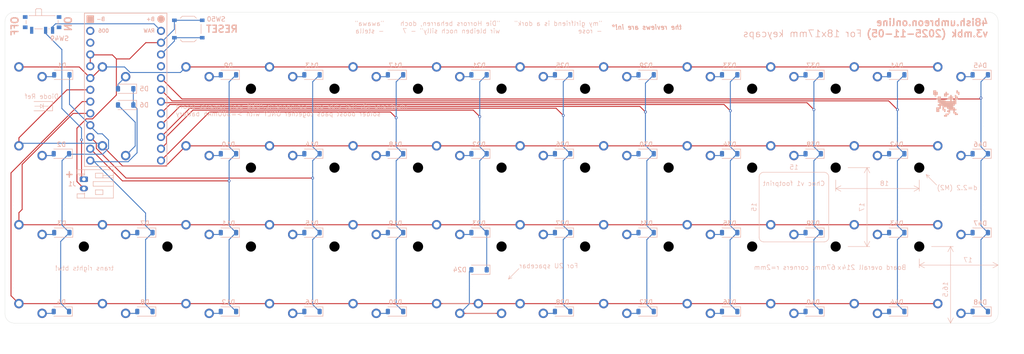
<source format=kicad_pcb>
(kicad_pcb
	(version 20241229)
	(generator "pcbnew")
	(generator_version "9.0")
	(general
		(thickness 1.6)
		(legacy_teardrops no)
	)
	(paper "A3")
	(title_block
		(title "plank")
		(rev "v1.0.0")
		(company "Unknown")
	)
	(layers
		(0 "F.Cu" signal)
		(2 "B.Cu" signal)
		(9 "F.Adhes" user "F.Adhesive")
		(11 "B.Adhes" user "B.Adhesive")
		(13 "F.Paste" user)
		(15 "B.Paste" user)
		(5 "F.SilkS" user "F.Silkscreen")
		(7 "B.SilkS" user "B.Silkscreen")
		(1 "F.Mask" user)
		(3 "B.Mask" user)
		(17 "Dwgs.User" user "User.Drawings")
		(19 "Cmts.User" user "User.Comments")
		(21 "Eco1.User" user "User.Eco1")
		(23 "Eco2.User" user "User.Eco2")
		(25 "Edge.Cuts" user)
		(27 "Margin" user)
		(31 "F.CrtYd" user "F.Courtyard")
		(29 "B.CrtYd" user "B.Courtyard")
		(35 "F.Fab" user)
		(33 "B.Fab" user)
	)
	(setup
		(pad_to_mask_clearance 0)
		(allow_soldermask_bridges_in_footprints no)
		(tenting front back)
		(pcbplotparams
			(layerselection 0x00000000_00000000_55555555_5755f5ff)
			(plot_on_all_layers_selection 0x00000000_00000000_00000000_00000000)
			(disableapertmacros no)
			(usegerberextensions no)
			(usegerberattributes yes)
			(usegerberadvancedattributes yes)
			(creategerberjobfile yes)
			(dashed_line_dash_ratio 12.000000)
			(dashed_line_gap_ratio 3.000000)
			(svgprecision 4)
			(plotframeref no)
			(mode 1)
			(useauxorigin no)
			(hpglpennumber 1)
			(hpglpenspeed 20)
			(hpglpendiameter 15.000000)
			(pdf_front_fp_property_popups yes)
			(pdf_back_fp_property_popups yes)
			(pdf_metadata yes)
			(pdf_single_document no)
			(dxfpolygonmode yes)
			(dxfimperialunits yes)
			(dxfusepcbnewfont yes)
			(psnegative no)
			(psa4output no)
			(plot_black_and_white yes)
			(sketchpadsonfab no)
			(plotpadnumbers no)
			(hidednponfab no)
			(sketchdnponfab yes)
			(crossoutdnponfab yes)
			(subtractmaskfromsilk no)
			(outputformat 1)
			(mirror no)
			(drillshape 0)
			(scaleselection 1)
			(outputdirectory "48ish_soldered_out/")
		)
	)
	(net 0 "")
	(net 1 "Net-(D1-A)")
	(net 2 "/col0")
	(net 3 "Net-(D2-A)")
	(net 4 "Net-(D3-A)")
	(net 5 "Net-(D4-A)")
	(net 6 "/col1")
	(net 7 "Net-(D5-A)")
	(net 8 "Net-(D6-A)")
	(net 9 "Net-(D7-A)")
	(net 10 "Net-(D8-A)")
	(net 11 "Net-(D9-A)")
	(net 12 "/col2")
	(net 13 "Net-(D10-A)")
	(net 14 "Net-(D11-A)")
	(net 15 "Net-(D12-A)")
	(net 16 "/col3")
	(net 17 "Net-(D13-A)")
	(net 18 "Net-(D14-A)")
	(net 19 "Net-(D15-A)")
	(net 20 "Net-(D16-A)")
	(net 21 "Net-(D17-A)")
	(net 22 "/col4")
	(net 23 "Net-(D18-A)")
	(net 24 "Net-(D19-A)")
	(net 25 "Net-(D20-A)")
	(net 26 "Net-(D21-A)")
	(net 27 "/col5")
	(net 28 "Net-(D22-A)")
	(net 29 "Net-(D23-A)")
	(net 30 "Net-(D24-A)")
	(net 31 "Net-(D25-A)")
	(net 32 "/col6")
	(net 33 "Net-(D26-A)")
	(net 34 "Net-(D27-A)")
	(net 35 "Net-(D28-A)")
	(net 36 "/col7")
	(net 37 "Net-(D29-A)")
	(net 38 "Net-(D30-A)")
	(net 39 "Net-(D31-A)")
	(net 40 "Net-(D32-A)")
	(net 41 "Net-(D33-A)")
	(net 42 "/col8")
	(net 43 "Net-(D34-A)")
	(net 44 "Net-(D35-A)")
	(net 45 "Net-(D36-A)")
	(net 46 "Net-(D37-A)")
	(net 47 "/col9")
	(net 48 "Net-(D38-A)")
	(net 49 "Net-(D39-A)")
	(net 50 "Net-(D40-A)")
	(net 51 "Net-(D41-A)")
	(net 52 "/col10")
	(net 53 "Net-(D42-A)")
	(net 54 "Net-(D43-A)")
	(net 55 "Net-(D44-A)")
	(net 56 "/col11")
	(net 57 "Net-(D45-A)")
	(net 58 "Net-(D46-A)")
	(net 59 "Net-(D47-A)")
	(net 60 "Net-(D48-A)")
	(net 61 "Net-(J1-Pin_1)")
	(net 62 "VBAT")
	(net 63 "/row0")
	(net 64 "/row2")
	(net 65 "GND")
	(net 66 "unconnected-(U1-P0{slash}RX-Pad2)")
	(net 67 "/row3")
	(net 68 "unconnected-(U1-P1{slash}TX-Pad1)")
	(net 69 "/row1")
	(net 70 "Net-(SW50-A)")
	(net 71 "unconnected-(SW49-A-Pad1)")
	(net 72 "unconnected-(U1-VCC-Pad16)")
	(footprint "stuff:Choc_v1_18x17mm_spacing" (layer "F.Cu") (at 134.5 128))
	(footprint "stuff:Choc_v1_18x17mm_spacing" (layer "F.Cu") (at 242.5 128))
	(footprint "stuff:Choc_v1_18x17mm_spacing" (layer "F.Cu") (at 188.5 128))
	(footprint "stuff:shitty_m2_mounting_hole" (layer "F.Cu") (at 161.5 136.5))
	(footprint "stuff:Choc_v1_18x17mm_spacing" (layer "F.Cu") (at 278.5 111))
	(footprint "stuff:shitty_m2_mounting_hole" (layer "F.Cu") (at 197.5 153.5))
	(footprint "stuff:shitty_m2_mounting_hole" (layer "F.Cu") (at 305.5 136.5))
	(footprint "stuff:Choc_v1_18x17mm_spacing" (layer "F.Cu") (at 206.5 111))
	(footprint "stuff:Choc_v1_18x17mm_spacing" (layer "F.Cu") (at 170.5 145))
	(footprint "stuff:Choc_v1_18x17mm_spacing" (layer "F.Cu") (at 260.5 111))
	(footprint "stuff:Choc_v1_18x17mm_spacing" (layer "F.Cu") (at 152.5 128))
	(footprint "stuff:shitty_m2_mounting_hole" (layer "F.Cu") (at 287.5 153.5))
	(footprint "stuff:Choc_v1_18x17mm_spacing" (layer "F.Cu") (at 116.5 128))
	(footprint "stuff:Choc_v1_18x17mm_spacing" (layer "F.Cu") (at 224.5 128))
	(footprint "stuff:shitty_m2_mounting_hole" (layer "F.Cu") (at 179.5 153.5))
	(footprint "stuff:Choc_v1_18x17mm_spacing" (layer "F.Cu") (at 224.5 145))
	(footprint "stuff:Choc_v1_18x17mm_spacing" (layer "F.Cu") (at 134.5 111))
	(footprint "stuff:shitty_m2_mounting_hole" (layer "F.Cu") (at 215.5 119.5))
	(footprint "stuff:shitty_m2_mounting_hole" (layer "F.Cu") (at 269.5 153.5))
	(footprint "stuff:Choc_v1_18x17mm_spacing" (layer "F.Cu") (at 314.5 145))
	(footprint "stuff:Choc_v1_18x17mm_spacing" (layer "F.Cu") (at 314.5 128))
	(footprint "stuff:Choc_v1_18x17mm_spacing" (layer "F.Cu") (at 278.5 162))
	(footprint "stuff:shitty_m2_mounting_hole" (layer "F.Cu") (at 197.5 136.5))
	(footprint "stuff:Choc_v1_18x17mm_spacing" (layer "F.Cu") (at 224.5 111))
	(footprint "stuff:Choc_v1_18x17mm_spacing" (layer "F.Cu") (at 260.5 162))
	(footprint "stuff:shitty_m2_mounting_hole" (layer "F.Cu") (at 233.5 136.5))
	(footprint "stuff:Choc_v1_18x17mm_spacing" (layer "F.Cu") (at 188.5 162))
	(footprint "stuff:Choc_v1_18x17mm_spacing" (layer "F.Cu") (at 152.5 162))
	(footprint "stuff:Choc_v1_18x17mm_spacing" (layer "F.Cu") (at 116.5 162))
	(footprint "stuff:shitty_m2_mounting_hole" (layer "F.Cu") (at 233.5 153.5))
	(footprint "stuff:shitty_m2_mounting_hole" (layer "F.Cu") (at 161.5 153.5))
	(footprint "stuff:Choc_v1_18x17mm_spacing" (layer "F.Cu") (at 170.5 162))
	(footprint "stuff:Choc_v1_18x17mm_spacing" (layer "F.Cu") (at 278.5 128))
	(footprint "stuff:Choc_v1_18x17mm_spacing" (layer "F.Cu") (at 116.5 145))
	(footprint "stuff:Choc_v1_18x17mm_spacing" (layer "F.Cu") (at 260.5 128))
	(footprint "stuff:Choc_v1_18x17mm_spacing" (layer "F.Cu") (at 206.5 128))
	(footprint "stuff:Choc_v1_18x17mm_spacing" (layer "F.Cu") (at 242.5 111))
	(footprint "stuff:shitty_m2_mounting_hole" (layer "F.Cu") (at 251.5 136.5))
	(footprint "stuff:Choc_v1_18x17mm_spacing" (layer "F.Cu") (at 242.5 145))
	(footprint "stuff:Choc_v1_18x17mm_spacing" (layer "F.Cu") (at 215.5 162))
	(footprint "stuff:Choc_v1_18x17mm_spacing" (layer "F.Cu") (at 134.5 145))
	(footprint "stuff:Choc_v1_18x17mm_spacing" (layer "F.Cu") (at 296.5 145))
	(footprint "stuff:shitty_m2_mounting_hole" (layer "F.Cu") (at 251.5 119.5))
	(footprint "stuff:Choc_v1_18x17mm_spacing" (layer "F.Cu") (at 170.5 128))
	(footprint "stuff:Choc_v1_18x17mm_spacing" (layer "F.Cu") (at 296.5 162))
	(footprint "stuff:Choc_v1_18x17mm_spacing" (layer "F.Cu") (at 314.5 111))
	(footprint "stuff:shitty_m2_mounting_hole" (layer "F.Cu") (at 197.5 119.5))
	(footprint "stuff:Choc_v1_18x17mm_spacing" (layer "F.Cu") (at 260.5 145))
	(footprint "stuff:Choc_v1_18x17mm_spacing" (layer "F.Cu") (at 170.5 111))
	(footprint "stuff:Choc_v1_18x17mm_spacing" (layer "F.Cu") (at 116.5 111))
	(footprint "stuff:shitty_m2_mounting_hole" (layer "F.Cu") (at 233.5 119.5))
	(footprint "stuff:Choc_v1_18x17mm_spacing" (layer "F.Cu") (at 152.5 111))
	(footprint "stuff:shitty_m2_mounting_hole" (layer "F.Cu") (at 305.5 119.5))
	(footprint "stuff:shitty_m2_mounting_hole" (layer "F.Cu") (at 179.5 119.5))
	(footprint "stuff:shitty_m2_mounting_hole" (layer "F.Cu") (at 287.5 119.5))
	(footprint "stuff:Choc_v1_18x17mm_spacing" (layer "F.Cu") (at 188.5 111))
	(footprint "stuff:Choc_v1_18x17mm_spacing"
		(layer "F.Cu")
		(uuid "a7b66de5-a523-4388-96a2-dbc5aede52e0")
		(at 206.5 162)
		(property "Reference" "SW24"
			(at 0 0 0)
			(layer "F.SilkS")
			(hide yes)
			(uuid "9e6bef2b-fec0-4290-b7be-f5a19a19c1e5")
			(effects
				(font
					(size 1.27 1.27)
					(thickness 0.15)
				)
			)
		)
		(property "Value" "SW_SPST"
			(at 0 0 0)
			(layer "F.SilkS")
			(hide yes)
			(uuid "f321ff4f-09e2-42d3-a572-f5847d26c9d4")
			(effects
				(font
					(size 1.27 1.27)
					(thickness 0.15)
				)
			)
		)
		(property "Datasheet" ""
			(at 0 0 0)
			(layer "F.Fab")
			(hide yes)
			(uuid "f09fd434-e0be-489a-b7d1-cbc9588999b3")
			(effects
				(font
					(size 1.27 1.27)
					(thickness 0.15)
				)
			)
		)
		(property "Description" ""
			(at 0 0 0)
			(layer "F.Fab")
			(hide yes)
			(uuid "ed1681d9-22e3-4c46-ac14-95d414ed05af")
			(effects
				(font
					(size 1.27 1.27)
					(thickness 0.15)
				)
			)
		)
		(property "JLCPCB Part Number" ""
			(at 0 0 0)
			(unlocked yes)
			(layer "F.Fab")
			(hide yes)
			(uuid "0789c039-6cf3-4b81-8174-d043e68d6612")
			(effects
				(font
					(size 1 1)
					(thickness 0.15)
				)
			)
		)
		(path "/cc581630-d5ec-4eb5-8816-96c4ce2eb12b")
		(sheetname "/")
		(sheetfile "48ish_soldered.kicad_sch")
		(attr through_hole)
		(fp_line
			(start -9 -8.5)
			(end 9 -8.5)
			(stroke
				(width 0.15)
				(type solid)
			)
			(layer "Dwgs.User")
			(uuid "88c231f2-44d2-4982-a948-13136751e091")
		)
		(fp_line
			(start -9 8.5)
			(end -9 -8.5)
			(stroke
				(width 0.15)
				(type solid)
			)
			(layer "Dwgs.User")
			(uuid "71de6e83-d3a0-4a85-93c8-55141948e2b7")
		)
		(fp_line
			(start -7 -6)
			(end -7 -7)
			(stroke
				(width 0.15)
				(type solid)
			)
			(layer "Dwgs.User")
			(uuid "883ba793-f6f8-4389-a2e3-c6158e2c01db")
		)
		(fp_line
			(start -7 7)
			(end -7 6)
			(stroke
				(width 0.15)
				(type solid)
			)
			(layer "Dwgs.User")
			(uuid "af21aa5d-8d6d-433a-9a63-d02ce4ce2454")
		)
		(fp_line
			(start -7 7)
			(end -6 7)
			(stroke
				(width 0.15)
				(type solid)
			)
			(layer "Dwgs.User")
			(uuid "7e35e747-fc2f-4772-a9d5-efc9e111af09")
		)
		(fp_line
			(start -6 -7)
			(end -7 -7)
			(stroke
				(width 0.15)
				(type solid)
			)
			(layer "Dwgs.User")
			(uuid "77c93181-4a1a-4b39-8629-329133fad586")
		)
		(fp_line
			(start 6 7)
			(end 7 7)
			(stroke
				(width 0.15)
				(type solid)
			)
			(layer "Dwgs.User")
			(uuid "e0d16146-dc79-4f67-8fca-f767309020c5")
		)
		(fp_line
			(start 7 -7)
			(end 6 -7)
			(stroke
				(width 0.15)
				(type solid)
			)
			(layer "Dwgs.User")
			(uuid "44627145-8314-44ae-aaf9-278256a354f8")
		)
		(fp_line
			(start 7 -7)
			(end 7 -6)
			(stroke
				(width 0.15)
				(type solid)
			)
			(layer "Dwgs.User")
			(uuid "66250c67-be00-45d7-bf76-c65961490003")
		)
		(fp_line
			(start 7 6)
			(end 7 7)
			(stroke
				(width 0.15)
				(type solid)
			)
			(layer "Dwgs.User")
			(uuid "9e3f871f-9e9a-459f-a4d8-e280da00b962")
		)
		(fp_line
			(start 9 -8.5)
			(end 9 8.5)
			(stroke
				(width 0.15)
				(type solid)
			)
			(layer "Dwgs.User")
			(uuid "d33deac9-f5ee-4045-8355-5559912e14e7")
		)
		(fp_line
			(start 9 8.5)
			(end -9 8.5)
			(stroke
				(width 0.15)
				(type solid)
			)
			(layer "Dwgs.User")
			(uuid "6efddef5-8496-4cb1-a99a-8684ea0f4039")
		)
... [468825 chars truncated]
</source>
